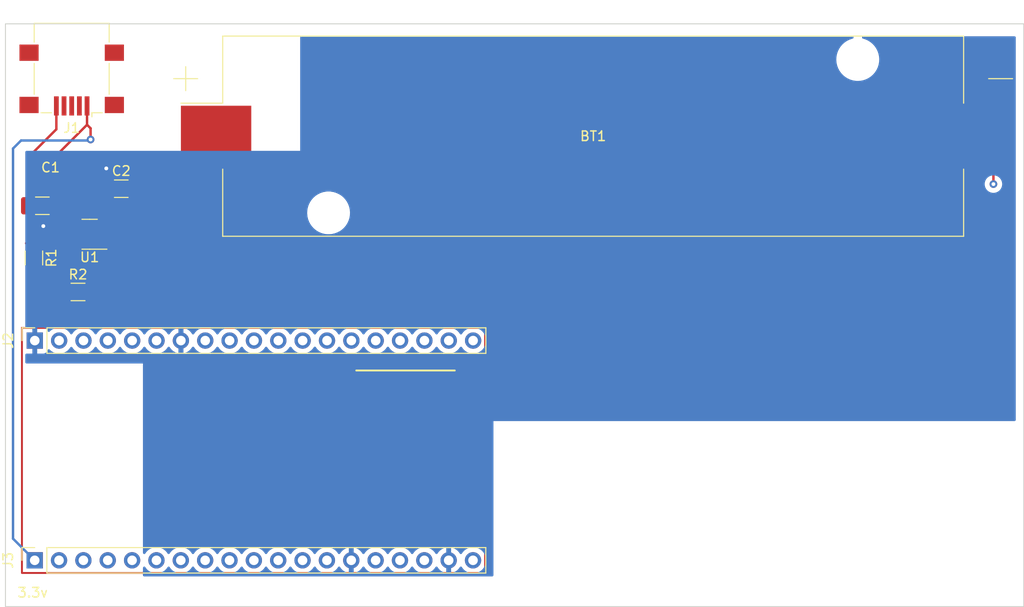
<source format=kicad_pcb>
(kicad_pcb (version 20211014) (generator pcbnew)
  (layers (0 "F.Cu" signal) (31 "B.Cu" signal) (34 "B.Paste" user) (35 "F.Paste" user) (36 "B.SilkS" user "B.Silkscreen") (37 "F.SilkS" user "F.Silkscreen") (38 "B.Mask" user) (39 "F.Mask" user) (44 "Edge.Cuts" user))
  (net 0 "")
  (net 4 "GND")
  (net 6 "Net-(BT1-Pad1)")
  (net 7 "Net-(D1-Pad1)")
  (net 8 "Net-(R2-Pad2)")
  (net 9 "Net-(R2-Pad1)")
  (net 10 "unconnected-(BT1-Pad2)")
  (net 11 "Net-(D1-Pad2)")
  (net 12 "ESP3.3V")
  (footprint "Connector_PinSocket_2.54mm:PinSocket_1x19_P2.54mm_Vertical" (layer "F.Cu") (at 72.98 71.22 90)
    (fp_text reference "J2" (at 0 -2.77 90) (layer "F.SilkS"))
    (fp_text value "Conn_01x19_Female" hide)
    (fp_line (start 1.33 -1.33) (end 1.33 0) (layer "F.SilkS") (width 0.12))
    (fp_line (start 0 -1.33) (end 1.33 -1.33) (layer "F.SilkS") (width 0.12))
    (fp_line (start 1.33 1.27) (end 1.33 47.05) (layer "F.SilkS") (width 0.12))
    (fp_line (start -1.33 1.27) (end 1.33 1.27) (layer "F.SilkS") (width 0.12))
    (fp_line (start -1.33 47.05) (end 1.33 47.05) (layer "F.SilkS") (width 0.12))
    (fp_line (start -1.33 1.27) (end -1.33 47.05) (layer "F.SilkS") (width 0.12))
    (pad "1" thru_hole rect (at 0 0 90) (size 1.7 1.7) (drill 1) (layers *.Cu *.Mask) (net 4 "GND"))
    (pad "2" thru_hole oval (at 0 2.54 90) (size 1.7 1.7) (drill 1) (layers *.Cu *.Mask))
    (pad "3" thru_hole oval (at 0 5.08 90) (size 1.7 1.7) (drill 1) (layers *.Cu *.Mask))
    (pad "4" thru_hole oval (at 0 7.62 90) (size 1.7 1.7) (drill 1) (layers *.Cu *.Mask))
    (pad "5" thru_hole oval (at 0 10.16 90) (size 1.7 1.7) (drill 1) (layers *.Cu *.Mask))
    (pad "6" thru_hole oval (at 0 12.7 90) (size 1.7 1.7) (drill 1) (layers *.Cu *.Mask))
    (pad "7" thru_hole oval (at 0 15.24 90) (size 1.7 1.7) (drill 1) (layers *.Cu *.Mask) (net 4 "GND"))
    (pad "8" thru_hole oval (at 0 17.78 90) (size 1.7 1.7) (drill 1) (layers *.Cu *.Mask))
    (pad "9" thru_hole oval (at 0 20.32 90) (size 1.7 1.7) (drill 1) (layers *.Cu *.Mask))
    (pad "10" thru_hole oval (at 0 22.86 90) (size 1.7 1.7) (drill 1) (layers *.Cu *.Mask))
    (pad "11" thru_hole oval (at 0 25.4 90) (size 1.7 1.7) (drill 1) (layers *.Cu *.Mask))
    (pad "12" thru_hole oval (at 0 27.94 90) (size 1.7 1.7) (drill 1) (layers *.Cu *.Mask))
    (pad "13" thru_hole oval (at 0 30.48 90) (size 1.7 1.7) (drill 1) (layers *.Cu *.Mask))
    (pad "14" thru_hole oval (at 0 33.02 90) (size 1.7 1.7) (drill 1) (layers *.Cu *.Mask))
    (pad "15" thru_hole oval (at 0 35.56 90) (size 1.7 1.7) (drill 1) (layers *.Cu *.Mask))
    (pad "16" thru_hole oval (at 0 38.1 90) (size 1.7 1.7) (drill 1) (layers *.Cu *.Mask))
    (pad "17" thru_hole oval (at 0 40.64 90) (size 1.7 1.7) (drill 1) (layers *.Cu *.Mask))
    (pad "18" thru_hole oval (at 0 43.18 90) (size 1.7 1.7) (drill 1) (layers *.Cu *.Mask))
    (pad "19" thru_hole oval (at 0 45.72 90) (size 1.7 1.7) (drill 1) (layers *.Cu *.Mask))
  )
  (footprint "Resistor_SMD:R_1206_3216Metric_Pad1.30x1.75mm_HandSolder" (layer "F.Cu") (at 72.89 62.6 -90)
    (fp_text reference "R1" (at 0 -1.82 90) (layer "F.SilkS"))
    (fp_text value "R")
    (fp_line (start -0.727064 0.91) (end 0.727064 0.91) (layer "F.SilkS") (width 0.12))
    (fp_line (start -0.727064 -0.91) (end 0.727064 -0.91) (layer "F.SilkS") (width 0.12))
    (pad "1" smd roundrect (at -1.55 0 270) (size 1.3 1.75) (layers "F.Cu" "F.Paste" "F.Mask") (roundrect_rratio 0.192308) (net 12 "ESP3.3V"))
    (pad "2" smd roundrect (at 1.55 0 270) (size 1.3 1.75) (layers "F.Cu" "F.Paste" "F.Mask") (roundrect_rratio 0.192308) (net 11 "Net-(D1-Pad2)"))
  )
  (footprint "Battery:BatteryHolder_Keystone_1042_1x18650" (layer "F.Cu") (at 131.22 49.9)
    (fp_text reference "BT1" (at 0 0) (layer "F.SilkS"))
    (fp_text value "Battery_Cell" hide)
    (fp_line (start 38.64 3.44) (end 38.64 10.44) (layer "F.SilkS") (width 0.12))
    (fp_line (start -43.75 -6) (end -41.25 -6) (layer "F.SilkS") (width 0.12))
    (fp_line (start -38.64 -3.44) (end -43 -3.44) (layer "F.SilkS") (width 0.12))
    (fp_line (start -42.5 -4.75) (end -42.5 -7.25) (layer "F.SilkS") (width 0.12))
    (fp_line (start 38.64 -3.44) (end 38.64 -10.42) (layer "F.SilkS") (width 0.12))
    (fp_line (start 38.64 -10.44) (end -38.64 -10.44) (layer "F.SilkS") (width 0.12))
    (fp_line (start -38.64 10.44) (end -38.64 3.44) (layer "F.SilkS") (width 0.12))
    (fp_line (start 43.75 -6) (end 41.25 -6) (layer "F.SilkS") (width 0.12))
    (fp_line (start 38.64 10.44) (end -38.64 10.44) (layer "F.SilkS") (width 0.12))
    (fp_line (start -38.64 -10.44) (end -38.64 -3.44) (layer "F.SilkS") (width 0.12))
    (pad "" np_thru_hole circle (at 27.6 -8) (size 3.45 3.45) (drill 3.45) (layers *.Cu *.Mask))
    (pad "" np_thru_hole circle (at -27.6 8) (size 3.45 3.45) (drill 3.45) (layers *.Cu *.Mask))
    (pad "" np_thru_hole circle (at -35.93 -8) (size 2.39 2.39) (drill 2.39) (layers *.Cu *.Mask))
    (pad "1" smd rect (at -39.33 0) (size 7.34 6.35) (layers "F.Cu" "F.Paste" "F.Mask") (net 6 "Net-(BT1-Pad1)"))
    (pad "2" smd rect (at 39.33 0) (size 7.34 6.35) (layers "F.Cu" "F.Paste" "F.Mask") (net 10 "unconnected-(BT1-Pad2)"))
  )
  (footprint "Connector_PinSocket_2.54mm:PinSocket_1x19_P2.54mm_Vertical" (layer "F.Cu") (at 72.97 94.14 90)
    (fp_text reference "J3" (at 0 -2.77 90) (layer "F.SilkS"))
    (fp_text value "Conn_01x19_Female" hide)
    (fp_line (start 1.33 -1.33) (end 1.33 0) (layer "F.SilkS") (width 0.12))
    (fp_line (start -1.33 47.05) (end 1.33 47.05) (layer "F.SilkS") (width 0.12))
    (fp_line (start -1.33 1.27) (end -1.33 47.05) (layer "F.SilkS") (width 0.12))
    (fp_line (start 1.33 1.27) (end 1.33 47.05) (layer "F.SilkS") (width 0.12))
    (fp_line (start 0 -1.33) (end 1.33 -1.33) (layer "F.SilkS") (width 0.12))
    (fp_line (start -1.33 1.27) (end 1.33 1.27) (layer "F.SilkS") (width 0.12))
    (pad "1" thru_hole rect (at 0 0 90) (size 1.7 1.7) (drill 1) (layers *.Cu *.Mask) (net 12 "ESP3.3V"))
    (pad "2" thru_hole oval (at 0 2.54 90) (size 1.7 1.7) (drill 1) (layers *.Cu *.Mask))
    (pad "3" thru_hole oval (at 0 5.08 90) (size 1.7 1.7) (drill 1) (layers *.Cu *.Mask))
    (pad "4" thru_hole oval (at 0 7.62 90) (size 1.7 1.7) (drill 1) (layers *.Cu *.Mask))
    (pad "5" thru_hole oval (at 0 10.16 90) (size 1.7 1.7) (drill 1) (layers *.Cu *.Mask))
    (pad "6" thru_hole oval (at 0 12.7 90) (size 1.7 1.7) (drill 1) (layers *.Cu *.Mask))
    (pad "7" thru_hole oval (at 0 15.24 90) (size 1.7 1.7) (drill 1) (layers *.Cu *.Mask))
    (pad "8" thru_hole oval (at 0 17.78 90) (size 1.7 1.7) (drill 1) (layers *.Cu *.Mask))
    (pad "9" thru_hole oval (at 0 20.32 90) (size 1.7 1.7) (drill 1) (layers *.Cu *.Mask))
    (pad "10" thru_hole oval (at 0 22.86 90) (size 1.7 1.7) (drill 1) (layers *.Cu *.Mask))
    (pad "11" thru_hole oval (at 0 25.4 90) (size 1.7 1.7) (drill 1) (layers *.Cu *.Mask))
    (pad "12" thru_hole oval (at 0 27.94 90) (size 1.7 1.7) (drill 1) (layers *.Cu *.Mask))
    (pad "13" thru_hole oval (at 0 30.48 90) (size 1.7 1.7) (drill 1) (layers *.Cu *.Mask))
    (pad "14" thru_hole oval (at 0 33.02 90) (size 1.7 1.7) (drill 1) (layers *.Cu *.Mask) (net 4 "GND"))
    (pad "15" thru_hole oval (at 0 35.56 90) (size 1.7 1.7) (drill 1) (layers *.Cu *.Mask))
    (pad "16" thru_hole oval (at 0 38.1 90) (size 1.7 1.7) (drill 1) (layers *.Cu *.Mask))
    (pad "17" thru_hole oval (at 0 40.64 90) (size 1.7 1.7) (drill 1) (layers *.Cu *.Mask))
    (pad "18" thru_hole oval (at 0 43.18 90) (size 1.7 1.7) (drill 1) (layers *.Cu *.Mask) (net 4 "GND"))
    (pad "19" thru_hole oval (at 0 45.72 90) (size 1.7 1.7) (drill 1) (layers *.Cu *.Mask))
  )
  (footprint "Connector_USB:USB_Mini-B_Lumberg_2486_01_Horizontal" (layer "F.Cu") (at 76.83 44.045 180)
    (fp_text reference "J1" (at 0 -5 180) (layer "F.SilkS"))
    (fp_text value "USB_B_Mini")
    (fp_line (start 3.91 5.91) (end -3.91 5.91) (layer "F.SilkS") (width 0.12))
    (fp_line (start 3.91 1.74) (end 3.91 -1.49) (layer "F.SilkS") (width 0.12))
    (fp_line (start -2.11 -3.41) (end -2.11 -3.84) (layer "F.SilkS") (width 0.12))
    (fp_line (start -3.91 1.74) (end -3.91 -1.49) (layer "F.SilkS") (width 0.12))
    (fp_line (start 3.91 5.91) (end 3.91 3.96) (layer "F.SilkS") (width 0.12))
    (fp_line (start 2.11 -3.41) (end 3.19 -3.41) (layer "F.SilkS") (width 0.12))
    (fp_line (start -3.19 -3.41) (end -2.11 -3.41) (layer "F.SilkS") (width 0.12))
    (fp_line (start -3.91 5.91) (end -3.91 3.96) (layer "F.SilkS") (width 0.12))
    (pad "" np_thru_hole circle (at 2.2 0 180) (size 1 1) (drill 1) (layers *.Cu *.Mask))
    (pad "" np_thru_hole circle (at -2.2 0 180) (size 1 1) (drill 1) (layers *.Cu *.Mask))
    (pad "1" smd rect (at -1.6 -2.7 180) (size 0.5 2) (layers "F.Cu" "F.Paste" "F.Mask") (net 12 "ESP3.3V"))
    (pad "2" smd rect (at -0.8 -2.7 180) (size 0.5 2) (layers "F.Cu" "F.Paste" "F.Mask"))
    (pad "3" smd rect (at 0 -2.7 180) (size 0.5 2) (layers "F.Cu" "F.Paste" "F.Mask"))
    (pad "4" smd rect (at 0.8 -2.7 180) (size 0.5 2) (layers "F.Cu" "F.Paste" "F.Mask"))
    (pad "5" smd rect (at 1.6 -2.7 180) (size 0.5 2) (layers "F.Cu" "F.Paste" "F.Mask") (net 4 "GND"))
    (pad "6" smd rect (at -4.45 2.85 180) (size 2 1.7) (layers "F.Cu" "F.Paste" "F.Mask"))
    (pad "6" smd rect (at 4.45 -2.6 180) (size 2 1.7) (layers "F.Cu" "F.Paste" "F.Mask"))
    (pad "6" smd rect (at 4.45 2.85 180) (size 2 1.7) (layers "F.Cu" "F.Paste" "F.Mask"))
    (pad "6" smd rect (at -4.45 -2.6 180) (size 2 1.7) (layers "F.Cu" "F.Paste" "F.Mask"))
  )
  (footprint "Capacitor_SMD:C_1206_3216Metric_Pad1.33x1.80mm_HandSolder" (layer "F.Cu") (at 73.77 57.16)
    (fp_text reference "C1" (at 0.8525 -3.9925) (layer "F.SilkS"))
    (fp_text value "C")
    (fp_line (start -0.711252 0.91) (end 0.711252 0.91) (layer "F.SilkS") (width 0.12))
    (fp_line (start -0.711252 -0.91) (end 0.711252 -0.91) (layer "F.SilkS") (width 0.12))
    (pad "1" smd roundrect (at -1.5625 0) (size 1.325 1.8) (layers "F.Cu" "F.Paste" "F.Mask") (roundrect_rratio 0.188679) (net 4 "GND"))
    (pad "2" smd roundrect (at 1.5625 0) (size 1.325 1.8) (layers "F.Cu" "F.Paste" "F.Mask") (roundrect_rratio 0.188679) (net 12 "ESP3.3V"))
  )
  (footprint "Resistor_SMD:R_1206_3216Metric_Pad1.30x1.75mm_HandSolder" (layer "F.Cu") (at 77.49 66.15)
    (fp_text reference "R2" (at 0 -1.82) (layer "F.SilkS"))
    (fp_text value "R")
    (fp_line (start -0.727064 0.91) (end 0.727064 0.91) (layer "F.SilkS") (width 0.12))
    (fp_line (start -0.727064 -0.91) (end 0.727064 -0.91) (layer "F.SilkS") (width 0.12))
    (pad "1" smd roundrect (at -1.55 0) (size 1.3 1.75) (layers "F.Cu" "F.Paste" "F.Mask") (roundrect_rratio 0.192308) (net 9 "Net-(R2-Pad1)"))
    (pad "2" smd roundrect (at 1.55 0) (size 1.3 1.75) (layers "F.Cu" "F.Paste" "F.Mask") (roundrect_rratio 0.192308) (net 8 "Net-(R2-Pad2)"))
  )
  (footprint "Package_TO_SOT_SMD:SOT-23-5" (layer "F.Cu") (at 78.7 60.13 180)
    (fp_text reference "U1" (at 0 -2.4) (layer "F.SilkS"))
    (fp_text value "MCP73832-5-OT" hide)
    (fp_line (start 0 -1.56) (end 0.8 -1.56) (layer "F.SilkS") (width 0.12))
    (fp_line (start 0 1.56) (end -0.8 1.56) (layer "F.SilkS") (width 0.12))
    (fp_line (start 0 -1.56) (end -1.8 -1.56) (layer "F.SilkS") (width 0.12))
    (fp_line (start 0 1.56) (end 0.8 1.56) (layer "F.SilkS") (width 0.12))
    (pad "1" smd roundrect (at -1.1375 -0.95 180) (size 1.325 0.6) (layers "F.Cu" "F.Paste" "F.Mask") (net 7 "Net-(D1-Pad1)"))
    (pad "2" smd roundrect (at -1.1375 0 180) (size 1.325 0.6) (layers "F.Cu" "F.Paste" "F.Mask") (net 8 "Net-(R2-Pad2)"))
    (pad "3" smd roundrect (at -1.1375 0.95 180) (size 1.325 0.6) (layers "F.Cu" "F.Paste" "F.Mask") (net 6 "Net-(BT1-Pad1)"))
    (pad "4" smd roundrect (at 1.1375 0.95 180) (size 1.325 0.6) (layers "F.Cu" "F.Paste" "F.Mask") (net 12 "ESP3.3V"))
    (pad "5" smd roundrect (at 1.1375 -0.95 180) (size 1.325 0.6) (layers "F.Cu" "F.Paste" "F.Mask") (net 9 "Net-(R2-Pad1)"))
  )
  (footprint "Capacitor_SMD:C_1206_3216Metric_Pad1.33x1.80mm_HandSolder" (layer "F.Cu") (at 82 55.38)
    (fp_text reference "C2" (at 0 -1.85) (layer "F.SilkS"))
    (fp_text value "C")
    (fp_line (start -0.711252 0.91) (end 0.711252 0.91) (layer "F.SilkS") (width 0.12))
    (fp_line (start -0.711252 -0.91) (end 0.711252 -0.91) (layer "F.SilkS") (width 0.12))
    (pad "1" smd roundrect (at -1.5625 0) (size 1.325 1.8) (layers "F.Cu" "F.Paste" "F.Mask") (roundrect_rratio 0.188679) (net 4 "GND"))
    (pad "2" smd roundrect (at 1.5625 0) (size 1.325 1.8) (layers "F.Cu" "F.Paste" "F.Mask") (roundrect_rratio 0.188679) (net 6 "Net-(BT1-Pad1)"))
  )
  (gr_rect (start 71.64 69.9) (end 119.95 95.46) (layer "F.Cu") (width 0.2) (fill none))
  (gr_line (start 116.785 74.34) (end 106.515 74.34) (layer "F.SilkS") (width 0.2))
  (gr_rect (start 69.92 38.18) (end 176.13 98.97) (layer "Edge.Cuts") (width 0.1) (fill none))
  (gr_text "3.3v" (at 72.76 97.51) (layer "F.SilkS") (effects (font (size 1 1))))
  (segment (start 75.23 46.745) (end 75.23 49.18) (width 0.25) (layer "F.Cu") (net 4))
  (segment (start 80.4375 55.38) (end 80.4375 53.2625) (width 0.25) (layer "F.Cu") (net 4))
  (segment (start 75.23 49.18) (end 72.2075 52.2025) (width 0.25) (layer "F.Cu") (net 4))
  (segment (start 72.2075 52.2025) (end 72.2075 57.16) (width 0.25) (layer "F.Cu") (net 4))
  (segment (start 73.87 59.28) (end 72.2075 57.6175) (width 0.25) (layer "F.Cu") (net 4))
  (segment (start 72.2075 57.6175) (end 72.2075 57.16) (width 0.25) (layer "F.Cu") (net 4))
  (segment (start 80.4375 53.2625) (end 80.44 53.26) (width 0.25) (layer "F.Cu") (net 4))
  (via (at 73.87 59.28) (size 0.8) (drill 0.4) (layers "F.Cu" "B.Cu") (net 4))
  (via (at 80.4375 53.2625) (size 0.8) (drill 0.4) (layers "F.Cu" "B.Cu") (net 4))
  (segment (start 83.5625 55.38) (end 86.41 55.38) (width 0.25) (layer "F.Cu") (net 6))
  (segment (start 83.5625 55.455) (end 79.8375 59.18) (width 0.25) (layer "F.Cu") (net 6))
  (segment (start 86.41 55.38) (end 91.89 49.9) (width 0.25) (layer "F.Cu") (net 6))
  (segment (start 83.5625 55.38) (end 83.88 55.0625) (width 0.25) (layer "F.Cu") (net 6))
  (segment (start 83.5625 55.38) (end 83.5625 55.455) (width 0.25) (layer "F.Cu") (net 6))
  (segment (start 79.8375 60.13) (end 80.221751 60.13) (width 0.25) (layer "F.Cu") (net 8))
  (segment (start 80.221751 60.13) (end 80.231751 60.12) (width 0.25) (layer "F.Cu") (net 8))
  (segment (start 79.04 64.44) (end 79.04 66.15) (width 0.25) (layer "F.Cu") (net 8))
  (segment (start 80.231751 60.12) (end 81.8 60.12) (width 0.25) (layer "F.Cu") (net 8))
  (segment (start 81.8 61.68) (end 79.04 64.44) (width 0.25) (layer "F.Cu") (net 8))
  (segment (start 81.8 60.12) (end 81.8 61.68) (width 0.25) (layer "F.Cu") (net 8))
  (segment (start 77.5625 61.08) (end 75.89 62.7525) (width 0.25) (layer "F.Cu") (net 9))
  (segment (start 75.89 65.38) (end 75.94 65.43) (width 0.25) (layer "F.Cu") (net 9))
  (segment (start 75.89 62.7525) (end 75.89 65.38) (width 0.25) (layer "F.Cu") (net 9))
  (segment (start 171.585 50.935) (end 170.37 49.72) (width 0.25) (layer "F.Cu") (net 10))
  (segment (start 170.55 49.9) (end 172.97 52.32) (width 0.25) (layer "F.Cu") (net 10))
  (segment (start 172.97 52.32) (end 172.97 54.9) (width 0.25) (layer "F.Cu") (net 10))
  (via (at 172.97 54.9) (size 0.8) (drill 0.4) (layers "F.Cu" "B.Cu") (net 10))
  (segment (start 75.3325 57.16) (end 75.3325 51.8075) (width 0.25) (layer "F.Cu") (net 12))
  (segment (start 75.3325 57.16) (end 75.3325 59.0175) (width 0.25) (layer "F.Cu") (net 12))
  (segment (start 78.43 48.71) (end 78.43 46.745) (width 0.25) (layer "F.Cu") (net 12))
  (segment (start 75.3325 57.16) (end 75.5425 57.16) (width 0.25) (layer "F.Cu") (net 12))
  (segment (start 77.4825 59.1) (end 77.5625 59.18) (width 0.25) (layer "F.Cu") (net 12))
  (segment (start 75.25 59.1) (end 77.4825 59.1) (width 0.25) (layer "F.Cu") (net 12))
  (segment (start 78.8 50.25) (end 78.8 49.08) (width 0.25) (layer "F.Cu") (net 12))
  (segment (start 75.3325 51.8075) (end 78.43 48.71) (width 0.25) (layer "F.Cu") (net 12))
  (segment (start 75.3325 59.0175) (end 75.25 59.1) (width 0.25) (layer "F.Cu") (net 12))
  (segment (start 73.28 61.07) (end 75.25 59.1) (width 0.25) (layer "F.Cu") (net 12))
  (segment (start 78.8 49.08) (end 78.43 48.71) (width 0.25) (layer "F.Cu") (net 12))
  (segment (start 72.07 61.07) (end 73.28 61.07) (width 0.25) (layer "F.Cu") (net 12))
  (via (at 78.8 50.25) (size 0.8) (drill 0.4) (layers "F.Cu" "B.Cu") (net 12))
  (segment (start 71.55 50.35) (end 70.71 51.19) (width 0.25) (layer "B.Cu") (net 12))
  (segment (start 78.8 50.25) (end 78.9 50.35) (width 0.25) (layer "B.Cu") (net 12))
  (segment (start 70.71 91.88) (end 72.97 94.14) (width 0.25) (layer "B.Cu") (net 12))
  (segment (start 78.8 50.25) (end 78.7 50.35) (width 0.25) (layer "B.Cu") (net 12))
  (segment (start 70.71 51.19) (end 70.71 91.88) (width 0.25) (layer "B.Cu") (net 12))
  (segment (start 78.7 50.35) (end 71.55 50.35) (width 0.25) (layer "B.Cu") (net 12))
  (zone (net 4) (net_name "GND") (layer "B.Cu") (connect_pads (clearance 0.508)) (min_thickness 0.254) (fill yes (thermal_gap 0.508) (thermal_bridge_width 0.508))
    (polygon (pts (xy 120.82 95.82) (xy 84.26 95.82) (xy 84.26 66.98) (xy 120.82 66.98)))
  )
  (zone (net 4) (net_name "GND") (layer "B.Cu") (connect_pads (clearance 0.508)) (min_thickness 0.254) (fill yes (thermal_gap 0.508) (thermal_bridge_width 0.508))
    (polygon (pts (xy 104.76 73.61) (xy 71.99 73.61) (xy 71.99 51.43) (xy 104.76 51.43)))
  )
  (zone (net 4) (net_name "GND") (layer "B.Cu") (connect_pads (clearance 0.508)) (min_thickness 0.254) (fill yes (thermal_gap 0.508) (thermal_bridge_width 0.508))
    (polygon (pts (xy 175.3 79.62) (xy 100.66 79.62) (xy 100.66 39.48) (xy 175.3 39.48)))
  )
)
</source>
